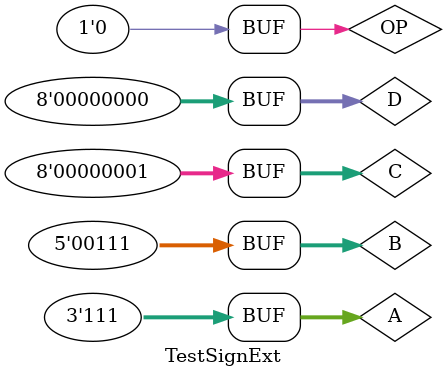
<source format=v>
module TestSignExt();

reg [2:0] A;
wire [7:0] Cout; 

SignExt_3to8 Behavioral_extender (
.a(A),
.out(Cout)
);
initial begin
A=001;
#5;
A=000;
#5;
A=100;
#5;
A=111;
#5;
end



reg [4:0] B;
wire [7:0] Cout2; 

SignExt_5to8 Behavioral_extender1 (
.a(B),
.out(Cout2)
);
initial begin
B=00000;
#5;
B=01110;
#5;
B=10110;
#5;
B=11111;
#5;
end

reg [7:0] C, D;
reg OP;
wire [7:0] Cout3;

ALU Behavioral_ALU (
.a(C),
.b(D),
.out(Cout3),
.op(OP)
);
initial begin
C=01101101;
D=00001100;
OP=1;
#5;
C=00100001;
D=00000100;
OP=1;
#5;
C=01111101;
D=01101100;
OP=0;
#5;
C=00000001;
D=00000000;
OP=0;
#5;
end
endmodule

</source>
